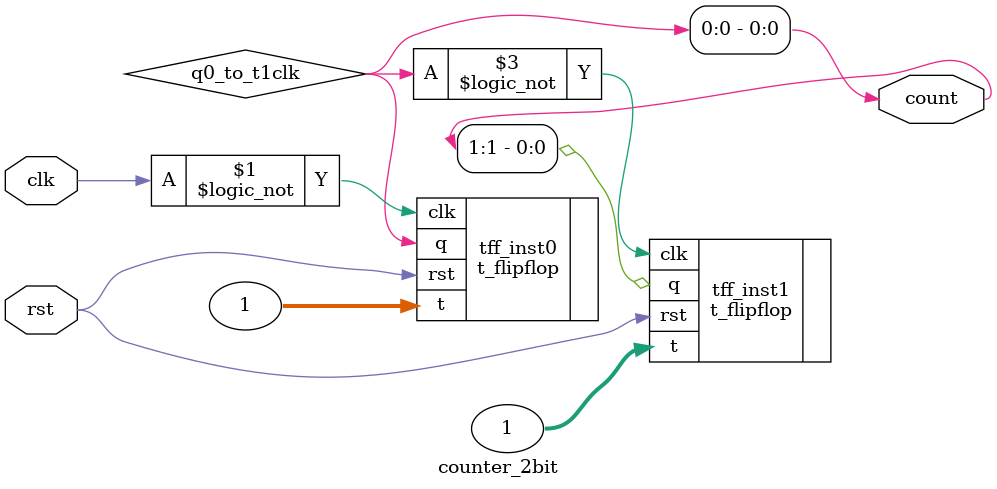
<source format=v>
module counter_2bit(
	input clk,
	input rst,
	output [1:0] count
);

	wire q0_to_t1clk;
	
	t_flipflop tff_inst0(
		.clk(!clk),
		.rst(rst),
		.t(1),
		.q(q0_to_t1clk)
	);
	
	t_flipflop tff_inst1(
		.clk(!q0_to_t1clk),
		.rst(rst),
		.t(1),
		.q(count[1])
	);
	
	assign count[0] = q0_to_t1clk;

endmodule

</source>
